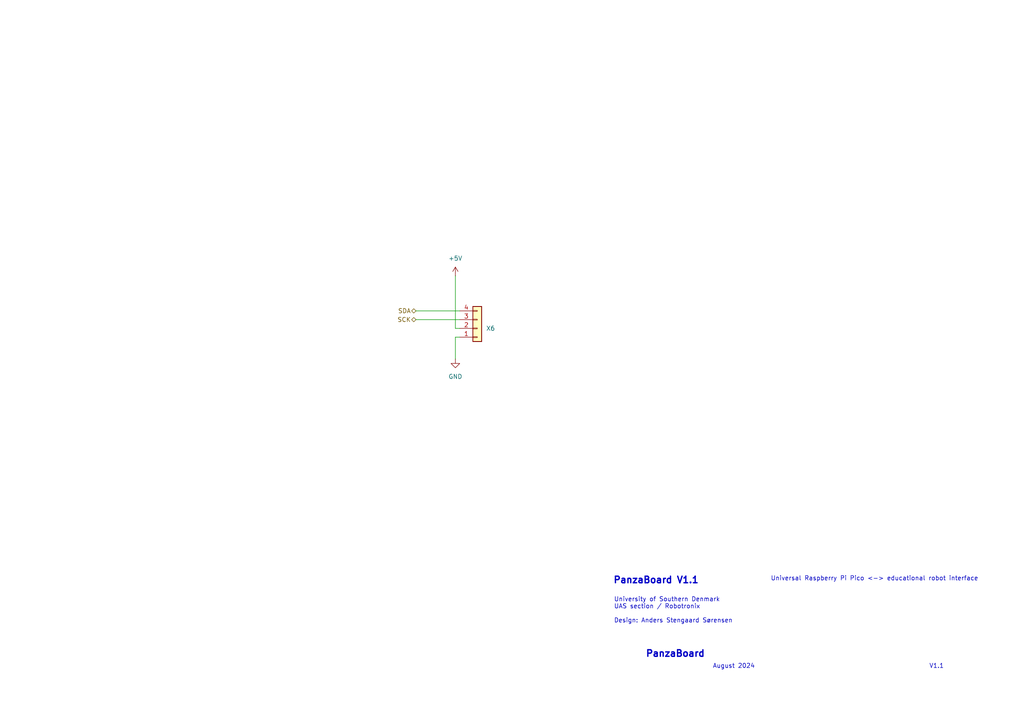
<source format=kicad_sch>
(kicad_sch (version 20231120) (generator "eeschema") (generator_version "8.0")
  (paper "A4")
  (lib_symbols
    (symbol "Connector_Generic:Conn_01x04" (pin_names (offset 1.016) hide)
      (property "Reference" "J" (at 0 5.08 0))
      (property "Value" "Conn_01x04" (at 0 -7.62 0))
      (symbol "Conn_01x04_1_1"
        (rectangle (start -1.27 -4.953) (end 0 -5.207) (stroke (width 0.1524)))
        (rectangle (start -1.27 -2.413) (end 0 -2.667) (stroke (width 0.1524)))
        (rectangle (start -1.27 0.127) (end 0 -0.127) (stroke (width 0.1524)))
        (rectangle (start -1.27 2.667) (end 0 2.413) (stroke (width 0.1524)))
        (rectangle (start -1.27 3.81) (end 1.27 -6.35) (stroke (width 0.254)) (fill (type background)))
        (pin passive line (at -5.08 2.54 0) (length 3.81) (name "Pin_1") (number "1"))
        (pin passive line (at -5.08 0 0) (length 3.81) (name "Pin_2") (number "2"))
        (pin passive line (at -5.08 -2.54 0) (length 3.81) (name "Pin_3") (number "3"))
        (pin passive line (at -5.08 -5.08 0) (length 3.81) (name "Pin_4") (number "4"))
      )
    )
    (symbol "power:+5V" (power) (pin_numbers hide) (pin_names (offset 0) hide)
      (property "Value" "+5V" (at 0 3.556 0))
      (symbol "+5V_0_1"
        (polyline (pts (xy -0.762 1.27) (xy 0 2.54)))
        (polyline (pts (xy 0 0) (xy 0 2.54)))
        (polyline (pts (xy 0 2.54) (xy 0.762 1.27)))
      )
      (symbol "+5V_1_1"
        (pin power_in line (at 0 0 90) (length 0) (name "~") (number "1"))
      )
    )
    (symbol "power:GND" (power) (pin_numbers hide) (pin_names (offset 0) hide)
      (property "Value" "GND" (at 0 -3.81 0))
      (symbol "GND_0_1"
        (polyline (pts (xy 0 0) (xy 0 -1.27) (xy 1.27 -1.27) (xy 0 -2.54) (xy -1.27 -1.27) (xy 0 -1.27)))
      )
      (symbol "GND_1_1"
        (pin power_in line (at 0 0 270) (length 0) (name "~") (number "1"))
      )
    )
  )
  (wire (pts (xy 132.08 97.79) (xy 132.08 104.14)))
  (wire (pts (xy 120.65 92.71) (xy 133.35 92.71)))
  (wire (pts (xy 132.08 80.01) (xy 132.08 95.25)))
  (wire (pts (xy 120.65 90.17) (xy 133.35 90.17)))
  (wire (pts (xy 133.35 97.79) (xy 132.08 97.79)))
  (wire (pts (xy 133.35 95.25) (xy 132.08 95.25)))
  (text "Universal Raspberry Pi Pico <-> educational robot interface" (at 223.52 167.894 0) (effects (font (size 1.27 1.27)) (justify left)))
  (text "PanzaBoard V1.1" (at 177.8 168.402 0) (effects (font (size 1.905 1.905) (thickness 0.381) (bold yes)) (justify left)))
  (text "August 2024" (at 212.852 193.294 0) (effects (font (size 1.27 1.27))))
  (text "PanzaBoard" (at 187.198 189.738 0) (effects (font (size 1.905 1.905) (thickness 0.381) (bold yes)) (justify left)))
  (text "V1.1" (at 269.494 193.294 0) (effects (font (size 1.27 1.27)) (justify left)))
  (text "University of Southern Denmark\nUAS section / Robotronix\n\nDesign: Anders Stengaard Sørensen" (at 178.054 177.038 0) (effects (font (size 1.27 1.27)) (justify left)))
  (hierarchical_label "SCK" (shape bidirectional) (at 120.65 92.71 180))
  (hierarchical_label "SDA" (shape bidirectional) (at 120.65 90.17 180))
  (symbol (lib_id "power:+5V") (at 132.08 80.01 0) (unit 1)
    (property "Reference" "#PWR094" (effects (hide yes)))
    (property "Value" "+5V" (at 132.08 74.93 0))
    (property "Description" "Power symbol creates a global label with name \"+5V\"" (effects (hide yes)))
  )
  (symbol (lib_id "Connector_Generic:Conn_01x04") (at 138.43 95.25 0) (mirror x) (unit 1)
    (property "Reference" "X6" (at 140.97 95.2501 0) (effects (justify left)))
    (property "Value" "Conn_01x04" (effects (hide yes)))
    (property "Footprint" "Connector_Molex:Molex_KK-254_AE-6410-04A_1x04_P2.54mm_Vertical" (effects (hide yes)))
    (property "Description" "Generic connector, single row, 01x04, script generated (kicad-library-utils/schlib/autogen/connector/)" (effects (hide yes)))
  )
  (symbol (lib_id "power:GND") (at 132.08 104.14 0) (unit 1)
    (property "Reference" "#PWR095" (effects (hide yes)))
    (property "Value" "GND" (at 132.08 109.22 0))
    (property "Description" "Power symbol creates a global label with name \"GND\" , ground" (effects (hide yes)))
  )
)
</source>
